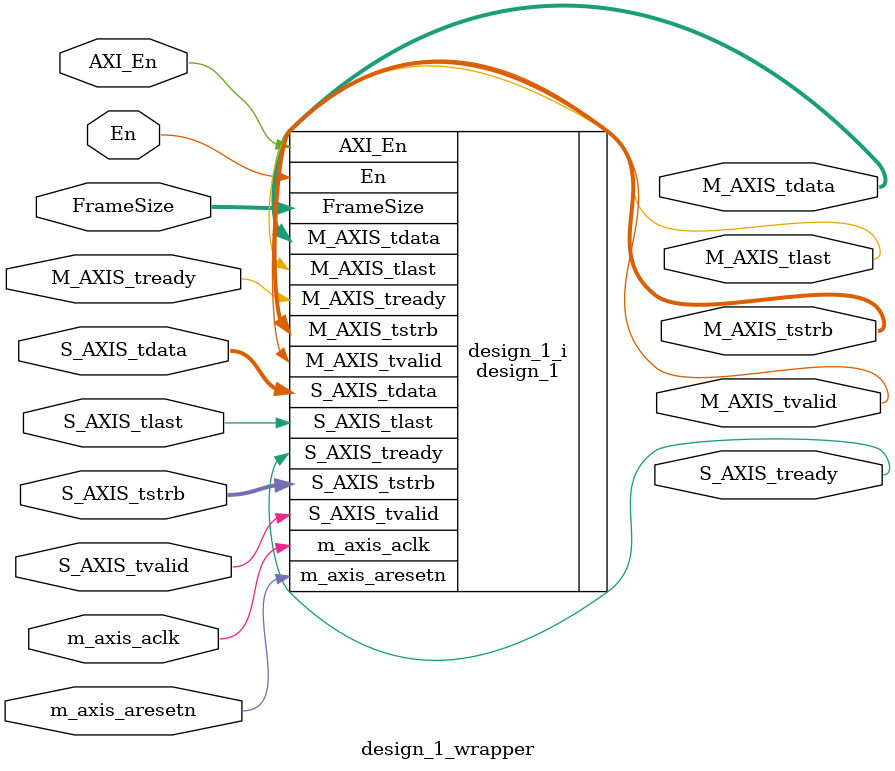
<source format=v>
`timescale 1 ps / 1 ps

module design_1_wrapper
   (AXI_En,
    En,
    FrameSize,
    M_AXIS_tdata,
    M_AXIS_tlast,
    M_AXIS_tready,
    M_AXIS_tstrb,
    M_AXIS_tvalid,
    S_AXIS_tdata,
    S_AXIS_tlast,
    S_AXIS_tready,
    S_AXIS_tstrb,
    S_AXIS_tvalid,
    m_axis_aclk,
    m_axis_aresetn);
  input AXI_En;
  input En;
  input [7:0]FrameSize;
  output [31:0]M_AXIS_tdata;
  output M_AXIS_tlast;
  input M_AXIS_tready;
  output [3:0]M_AXIS_tstrb;
  output M_AXIS_tvalid;
  input [31:0]S_AXIS_tdata;
  input S_AXIS_tlast;
  output S_AXIS_tready;
  input [3:0]S_AXIS_tstrb;
  input S_AXIS_tvalid;
  input m_axis_aclk;
  input m_axis_aresetn;

  wire AXI_En;
  wire En;
  wire [7:0]FrameSize;
  wire [31:0]M_AXIS_tdata;
  wire M_AXIS_tlast;
  wire M_AXIS_tready;
  wire [3:0]M_AXIS_tstrb;
  wire M_AXIS_tvalid;
  wire [31:0]S_AXIS_tdata;
  wire S_AXIS_tlast;
  wire S_AXIS_tready;
  wire [3:0]S_AXIS_tstrb;
  wire S_AXIS_tvalid;
  wire m_axis_aclk;
  wire m_axis_aresetn;

  design_1 design_1_i
       (.AXI_En(AXI_En),
        .En(En),
        .FrameSize(FrameSize),
        .M_AXIS_tdata(M_AXIS_tdata),
        .M_AXIS_tlast(M_AXIS_tlast),
        .M_AXIS_tready(M_AXIS_tready),
        .M_AXIS_tstrb(M_AXIS_tstrb),
        .M_AXIS_tvalid(M_AXIS_tvalid),
        .S_AXIS_tdata(S_AXIS_tdata),
        .S_AXIS_tlast(S_AXIS_tlast),
        .S_AXIS_tready(S_AXIS_tready),
        .S_AXIS_tstrb(S_AXIS_tstrb),
        .S_AXIS_tvalid(S_AXIS_tvalid),
        .m_axis_aclk(m_axis_aclk),
        .m_axis_aresetn(m_axis_aresetn));
endmodule

</source>
